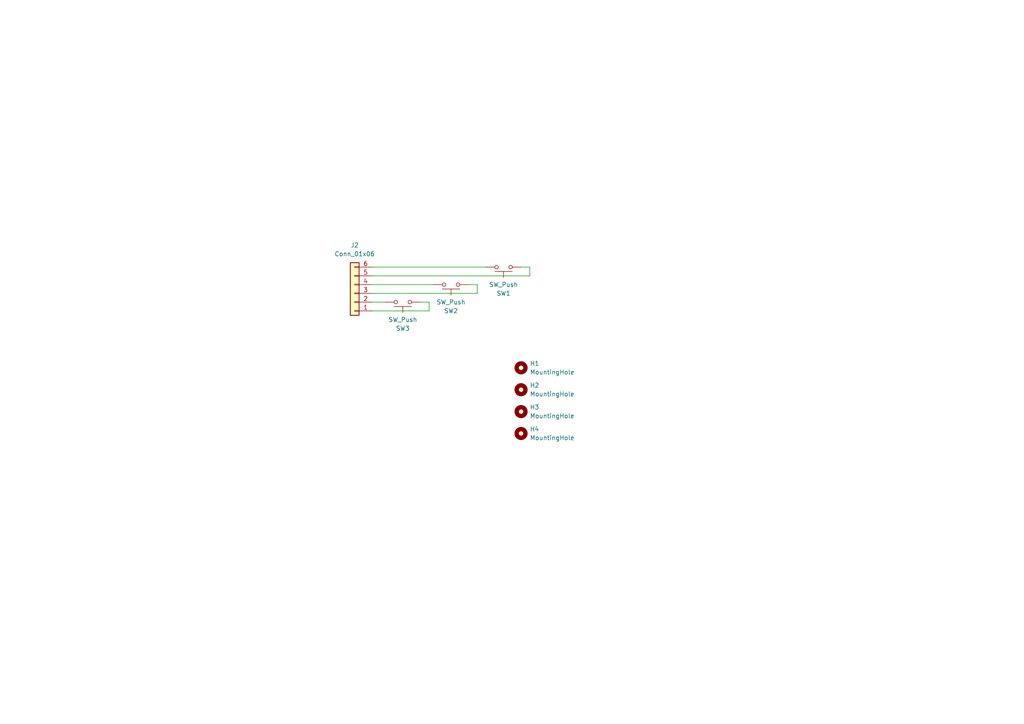
<source format=kicad_sch>
(kicad_sch (version 20231120) (generator "eeschema") (generator_version "8.0")
  (paper "A4")
  (lib_symbols
    (symbol "Connector_Generic:Conn_01x06" (pin_names (offset 1.016) hide)
      (property "Reference" "J" (at 0 7.62 0))
      (property "Value" "Conn_01x06" (at 0 -10.16 0))
      (symbol "Conn_01x06_1_1"
        (rectangle (start -1.27 -7.493) (end 0 -7.747) (stroke (width 0.1524)))
        (rectangle (start -1.27 -4.953) (end 0 -5.207) (stroke (width 0.1524)))
        (rectangle (start -1.27 -2.413) (end 0 -2.667) (stroke (width 0.1524)))
        (rectangle (start -1.27 0.127) (end 0 -0.127) (stroke (width 0.1524)))
        (rectangle (start -1.27 2.667) (end 0 2.413) (stroke (width 0.1524)))
        (rectangle (start -1.27 5.207) (end 0 4.953) (stroke (width 0.1524)))
        (rectangle (start -1.27 6.35) (end 1.27 -8.89) (stroke (width 0.254)) (fill (type background)))
        (pin passive line (at -5.08 5.08 0) (length 3.81) (name "Pin_1") (number "1"))
        (pin passive line (at -5.08 2.54 0) (length 3.81) (name "Pin_2") (number "2"))
        (pin passive line (at -5.08 0 0) (length 3.81) (name "Pin_3") (number "3"))
        (pin passive line (at -5.08 -2.54 0) (length 3.81) (name "Pin_4") (number "4"))
        (pin passive line (at -5.08 -5.08 0) (length 3.81) (name "Pin_5") (number "5"))
        (pin passive line (at -5.08 -7.62 0) (length 3.81) (name "Pin_6") (number "6"))
      )
    )
    (symbol "Mechanical:MountingHole" (pin_names (offset 1.016)) (exclude_from_sim yes) (in_bom no)
      (property "Reference" "H" (at 0 5.08 0))
      (property "Value" "MountingHole" (at 0 3.175 0))
      (symbol "MountingHole_0_1"
        (circle (center 0 0) (radius 1.27) (stroke (width 1.27)))
      )
    )
    (symbol "Switch:SW_Push" (pin_numbers hide) (pin_names (offset 1.016) hide)
      (property "Reference" "SW" (at 1.27 2.54 0))
      (property "Value" "SW_Push" (at 0 -1.524 0))
      (symbol "SW_Push_0_1"
        (circle (center -2.032 0) (radius 0.508))
        (polyline (pts (xy 0 1.27) (xy 0 3.048)))
        (polyline (pts (xy 2.54 1.27) (xy -2.54 1.27)))
        (circle (center 2.032 0) (radius 0.508))
        (pin passive line (at -5.08 0 0) (length 2.54) (name "1") (number "1"))
        (pin passive line (at 5.08 0 180) (length 2.54) (name "2") (number "2"))
      )
    )
  )
  (wire (pts (xy 153.67 77.47) (xy 153.67 80.01)))
  (wire (pts (xy 153.67 80.01) (xy 107.95 80.01)))
  (wire (pts (xy 107.95 77.47) (xy 140.97 77.47)))
  (wire (pts (xy 135.89 82.55) (xy 138.43 82.55)))
  (wire (pts (xy 124.46 87.63) (xy 124.46 90.17)))
  (wire (pts (xy 107.95 85.09) (xy 138.43 85.09)))
  (wire (pts (xy 107.95 90.17) (xy 124.46 90.17)))
  (wire (pts (xy 121.92 87.63) (xy 124.46 87.63)))
  (wire (pts (xy 107.95 82.55) (xy 125.73 82.55)))
  (wire (pts (xy 151.13 77.47) (xy 153.67 77.47)))
  (wire (pts (xy 107.95 87.63) (xy 111.76 87.63)))
  (wire (pts (xy 138.43 82.55) (xy 138.43 85.09)))
  (symbol (lib_id "Mechanical:MountingHole") (at 151.13 125.73 0) (unit 1) (exclude_from_sim yes) (in_bom no)
    (property "Reference" "H4" (at 153.67 124.4599 0) (effects (justify left)))
    (property "Value" "MountingHole" (at 153.67 126.9999 0) (effects (justify left)))
    (property "Footprint" "MountingHole:MountingHole_2.2mm_M2" (effects (hide yes)))
    (property "Description" "Mounting Hole without connection" (effects (hide yes)))
  )
  (symbol (lib_id "Switch:SW_Push") (at 116.84 87.63 0) (mirror x) (unit 1)
    (property "Reference" "SW3" (at 116.84 95.25 0))
    (property "Value" "SW_Push" (at 116.84 92.71 0))
    (property "Footprint" "Button_Switch_THT:SW_PUSH_6mm_H5mm" (effects (hide yes)))
    (property "Description" "Push button switch, generic, two pins" (effects (hide yes)))
  )
  (symbol (lib_id "Mechanical:MountingHole") (at 151.13 113.03 0) (unit 1) (exclude_from_sim yes) (in_bom no)
    (property "Reference" "H2" (at 153.67 111.7599 0) (effects (justify left)))
    (property "Value" "MountingHole" (at 153.67 114.2999 0) (effects (justify left)))
    (property "Footprint" "MountingHole:MountingHole_2.2mm_M2" (effects (hide yes)))
    (property "Description" "Mounting Hole without connection" (effects (hide yes)))
  )
  (symbol (lib_id "Switch:SW_Push") (at 146.05 77.47 0) (mirror x) (unit 1)
    (property "Reference" "SW1" (at 146.05 85.09 0))
    (property "Value" "SW_Push" (at 146.05 82.55 0))
    (property "Footprint" "Button_Switch_THT:SW_PUSH_6mm_H5mm" (effects (hide yes)))
    (property "Description" "Push button switch, generic, two pins" (effects (hide yes)))
  )
  (symbol (lib_id "Switch:SW_Push") (at 130.81 82.55 0) (mirror x) (unit 1)
    (property "Reference" "SW2" (at 130.81 90.17 0))
    (property "Value" "SW_Push" (at 130.81 87.63 0))
    (property "Footprint" "Button_Switch_THT:SW_PUSH_6mm_H5mm" (effects (hide yes)))
    (property "Description" "Push button switch, generic, two pins" (effects (hide yes)))
  )
  (symbol (lib_id "Mechanical:MountingHole") (at 151.13 106.68 0) (unit 1) (exclude_from_sim yes) (in_bom no)
    (property "Reference" "H1" (at 153.67 105.4099 0) (effects (justify left)))
    (property "Value" "MountingHole" (at 153.67 107.9499 0) (effects (justify left)))
    (property "Footprint" "MountingHole:MountingHole_2.2mm_M2" (effects (hide yes)))
    (property "Description" "Mounting Hole without connection" (effects (hide yes)))
  )
  (symbol (lib_id "Mechanical:MountingHole") (at 151.13 119.38 0) (unit 1) (exclude_from_sim yes) (in_bom no)
    (property "Reference" "H3" (at 153.67 118.1099 0) (effects (justify left)))
    (property "Value" "MountingHole" (at 153.67 120.6499 0) (effects (justify left)))
    (property "Footprint" "MountingHole:MountingHole_2.2mm_M2" (effects (hide yes)))
    (property "Description" "Mounting Hole without connection" (effects (hide yes)))
  )
  (symbol (lib_id "Connector_Generic:Conn_01x06") (at 102.87 85.09 180) (unit 1)
    (property "Reference" "J2" (at 102.87 71.12 0))
    (property "Value" "Conn_01x06" (at 102.87 73.66 0))
    (property "Footprint" "Connector_JST:JST_PH_S6B-PH-K_1x06_P2.00mm_Horizontal" (effects (hide yes)))
    (property "Description" "Generic connector, single row, 01x06, script generated (kicad-library-utils/schlib/autogen/connector/)" (effects (hide yes)))
  )
)
</source>
